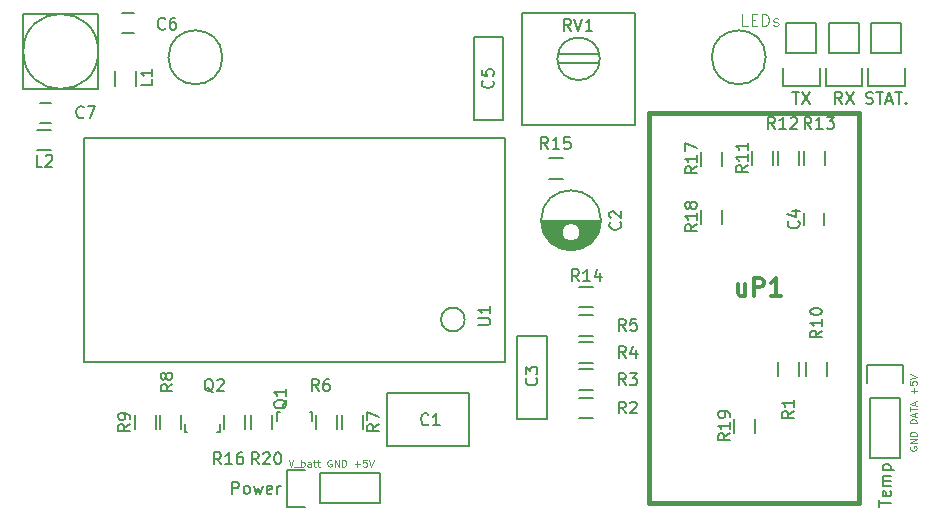
<source format=gto>
G04 #@! TF.FileFunction,Legend,Top*
%FSLAX46Y46*%
G04 Gerber Fmt 4.6, Leading zero omitted, Abs format (unit mm)*
G04 Created by KiCad (PCBNEW 4.0.1-stable) date Söndag 13 Mars 2016 12:17:34*
%MOMM*%
G01*
G04 APERTURE LIST*
%ADD10C,0.100000*%
%ADD11C,0.060000*%
%ADD12C,0.150000*%
%ADD13C,0.381000*%
%ADD14C,0.300000*%
G04 APERTURE END LIST*
D10*
D11*
X169400000Y-130571429D02*
X169371429Y-130628572D01*
X169371429Y-130714286D01*
X169400000Y-130800001D01*
X169457143Y-130857143D01*
X169514286Y-130885715D01*
X169628571Y-130914286D01*
X169714286Y-130914286D01*
X169828571Y-130885715D01*
X169885714Y-130857143D01*
X169942857Y-130800001D01*
X169971429Y-130714286D01*
X169971429Y-130657143D01*
X169942857Y-130571429D01*
X169914286Y-130542858D01*
X169714286Y-130542858D01*
X169714286Y-130657143D01*
X169971429Y-130285715D02*
X169371429Y-130285715D01*
X169971429Y-129942858D01*
X169371429Y-129942858D01*
X169971429Y-129657144D02*
X169371429Y-129657144D01*
X169371429Y-129514287D01*
X169400000Y-129428572D01*
X169457143Y-129371430D01*
X169514286Y-129342858D01*
X169628571Y-129314287D01*
X169714286Y-129314287D01*
X169828571Y-129342858D01*
X169885714Y-129371430D01*
X169942857Y-129428572D01*
X169971429Y-129514287D01*
X169971429Y-129657144D01*
X169971429Y-128600001D02*
X169371429Y-128600001D01*
X169371429Y-128457144D01*
X169400000Y-128371429D01*
X169457143Y-128314287D01*
X169514286Y-128285715D01*
X169628571Y-128257144D01*
X169714286Y-128257144D01*
X169828571Y-128285715D01*
X169885714Y-128314287D01*
X169942857Y-128371429D01*
X169971429Y-128457144D01*
X169971429Y-128600001D01*
X169800000Y-128028572D02*
X169800000Y-127742858D01*
X169971429Y-128085715D02*
X169371429Y-127885715D01*
X169971429Y-127685715D01*
X169371429Y-127571429D02*
X169371429Y-127228572D01*
X169971429Y-127400001D02*
X169371429Y-127400001D01*
X169800000Y-127057143D02*
X169800000Y-126771429D01*
X169971429Y-127114286D02*
X169371429Y-126914286D01*
X169971429Y-126714286D01*
X169742857Y-126057143D02*
X169742857Y-125600000D01*
X169971429Y-125828571D02*
X169514286Y-125828571D01*
X169371429Y-125028572D02*
X169371429Y-125314286D01*
X169657143Y-125342857D01*
X169628571Y-125314286D01*
X169600000Y-125257143D01*
X169600000Y-125114286D01*
X169628571Y-125057143D01*
X169657143Y-125028572D01*
X169714286Y-125000000D01*
X169857143Y-125000000D01*
X169914286Y-125028572D01*
X169942857Y-125057143D01*
X169971429Y-125114286D01*
X169971429Y-125257143D01*
X169942857Y-125314286D01*
X169914286Y-125342857D01*
X169371429Y-124828571D02*
X169971429Y-124628571D01*
X169371429Y-124428571D01*
D10*
X155652381Y-94952381D02*
X155176190Y-94952381D01*
X155176190Y-93952381D01*
X155985714Y-94428571D02*
X156319048Y-94428571D01*
X156461905Y-94952381D02*
X155985714Y-94952381D01*
X155985714Y-93952381D01*
X156461905Y-93952381D01*
X156890476Y-94952381D02*
X156890476Y-93952381D01*
X157128571Y-93952381D01*
X157271429Y-94000000D01*
X157366667Y-94095238D01*
X157414286Y-94190476D01*
X157461905Y-94380952D01*
X157461905Y-94523810D01*
X157414286Y-94714286D01*
X157366667Y-94809524D01*
X157271429Y-94904762D01*
X157128571Y-94952381D01*
X156890476Y-94952381D01*
X157842857Y-94904762D02*
X157938095Y-94952381D01*
X158128571Y-94952381D01*
X158223810Y-94904762D01*
X158271429Y-94809524D01*
X158271429Y-94761905D01*
X158223810Y-94666667D01*
X158128571Y-94619048D01*
X157985714Y-94619048D01*
X157890476Y-94571429D01*
X157842857Y-94476190D01*
X157842857Y-94428571D01*
X157890476Y-94333333D01*
X157985714Y-94285714D01*
X158128571Y-94285714D01*
X158223810Y-94333333D01*
D11*
X116800000Y-131671429D02*
X117000000Y-132271429D01*
X117200000Y-131671429D01*
X117257143Y-132328571D02*
X117714286Y-132328571D01*
X117857143Y-132271429D02*
X117857143Y-131671429D01*
X117857143Y-131900000D02*
X117914286Y-131871429D01*
X118028572Y-131871429D01*
X118085715Y-131900000D01*
X118114286Y-131928571D01*
X118142857Y-131985714D01*
X118142857Y-132157143D01*
X118114286Y-132214286D01*
X118085715Y-132242857D01*
X118028572Y-132271429D01*
X117914286Y-132271429D01*
X117857143Y-132242857D01*
X118657143Y-132271429D02*
X118657143Y-131957143D01*
X118628572Y-131900000D01*
X118571429Y-131871429D01*
X118457143Y-131871429D01*
X118400000Y-131900000D01*
X118657143Y-132242857D02*
X118600000Y-132271429D01*
X118457143Y-132271429D01*
X118400000Y-132242857D01*
X118371429Y-132185714D01*
X118371429Y-132128571D01*
X118400000Y-132071429D01*
X118457143Y-132042857D01*
X118600000Y-132042857D01*
X118657143Y-132014286D01*
X118857143Y-131871429D02*
X119085714Y-131871429D01*
X118942857Y-131671429D02*
X118942857Y-132185714D01*
X118971429Y-132242857D01*
X119028571Y-132271429D01*
X119085714Y-132271429D01*
X119200000Y-131871429D02*
X119428571Y-131871429D01*
X119285714Y-131671429D02*
X119285714Y-132185714D01*
X119314286Y-132242857D01*
X119371428Y-132271429D01*
X119428571Y-132271429D01*
X120400000Y-131700000D02*
X120342857Y-131671429D01*
X120257143Y-131671429D01*
X120171428Y-131700000D01*
X120114286Y-131757143D01*
X120085714Y-131814286D01*
X120057143Y-131928571D01*
X120057143Y-132014286D01*
X120085714Y-132128571D01*
X120114286Y-132185714D01*
X120171428Y-132242857D01*
X120257143Y-132271429D01*
X120314286Y-132271429D01*
X120400000Y-132242857D01*
X120428571Y-132214286D01*
X120428571Y-132014286D01*
X120314286Y-132014286D01*
X120685714Y-132271429D02*
X120685714Y-131671429D01*
X121028571Y-132271429D01*
X121028571Y-131671429D01*
X121314285Y-132271429D02*
X121314285Y-131671429D01*
X121457142Y-131671429D01*
X121542857Y-131700000D01*
X121599999Y-131757143D01*
X121628571Y-131814286D01*
X121657142Y-131928571D01*
X121657142Y-132014286D01*
X121628571Y-132128571D01*
X121599999Y-132185714D01*
X121542857Y-132242857D01*
X121457142Y-132271429D01*
X121314285Y-132271429D01*
X122371428Y-132042857D02*
X122828571Y-132042857D01*
X122600000Y-132271429D02*
X122600000Y-131814286D01*
X123399999Y-131671429D02*
X123114285Y-131671429D01*
X123085714Y-131957143D01*
X123114285Y-131928571D01*
X123171428Y-131900000D01*
X123314285Y-131900000D01*
X123371428Y-131928571D01*
X123399999Y-131957143D01*
X123428571Y-132014286D01*
X123428571Y-132157143D01*
X123399999Y-132214286D01*
X123371428Y-132242857D01*
X123314285Y-132271429D01*
X123171428Y-132271429D01*
X123114285Y-132242857D01*
X123085714Y-132214286D01*
X123600000Y-131671429D02*
X123800000Y-132271429D01*
X124000000Y-131671429D01*
D12*
X111186000Y-97600000D02*
G75*
G03X111186000Y-97600000I-2286000J0D01*
G01*
X125100000Y-126050000D02*
X132100000Y-126050000D01*
X132100000Y-126050000D02*
X132100000Y-130550000D01*
X132100000Y-130550000D02*
X125100000Y-130550000D01*
X125100000Y-130550000D02*
X125100000Y-126050000D01*
X143199000Y-111475000D02*
X138201000Y-111475000D01*
X143191000Y-111615000D02*
X140854000Y-111615000D01*
X140546000Y-111615000D02*
X138209000Y-111615000D01*
X143175000Y-111755000D02*
X141173000Y-111755000D01*
X140227000Y-111755000D02*
X138225000Y-111755000D01*
X143151000Y-111895000D02*
X141320000Y-111895000D01*
X140080000Y-111895000D02*
X138249000Y-111895000D01*
X143118000Y-112035000D02*
X141412000Y-112035000D01*
X139988000Y-112035000D02*
X138282000Y-112035000D01*
X143077000Y-112175000D02*
X141468000Y-112175000D01*
X139932000Y-112175000D02*
X138323000Y-112175000D01*
X143027000Y-112315000D02*
X141495000Y-112315000D01*
X139905000Y-112315000D02*
X138373000Y-112315000D01*
X142966000Y-112455000D02*
X141498000Y-112455000D01*
X139902000Y-112455000D02*
X138434000Y-112455000D01*
X142896000Y-112595000D02*
X141476000Y-112595000D01*
X139924000Y-112595000D02*
X138504000Y-112595000D01*
X142814000Y-112735000D02*
X141426000Y-112735000D01*
X139974000Y-112735000D02*
X138586000Y-112735000D01*
X142719000Y-112875000D02*
X141344000Y-112875000D01*
X140056000Y-112875000D02*
X138681000Y-112875000D01*
X142608000Y-113015000D02*
X141212000Y-113015000D01*
X140188000Y-113015000D02*
X138792000Y-113015000D01*
X142480000Y-113155000D02*
X140965000Y-113155000D01*
X140435000Y-113155000D02*
X138920000Y-113155000D01*
X142331000Y-113295000D02*
X139069000Y-113295000D01*
X142152000Y-113435000D02*
X139248000Y-113435000D01*
X141933000Y-113575000D02*
X139467000Y-113575000D01*
X141644000Y-113715000D02*
X139756000Y-113715000D01*
X141172000Y-113855000D02*
X140228000Y-113855000D01*
X141500000Y-112400000D02*
G75*
G03X141500000Y-112400000I-800000J0D01*
G01*
X143237500Y-111400000D02*
G75*
G03X143237500Y-111400000I-2537500J0D01*
G01*
X136150000Y-128200000D02*
X136150000Y-121200000D01*
X136150000Y-121200000D02*
X138650000Y-121200000D01*
X138650000Y-121200000D02*
X138650000Y-128200000D01*
X138650000Y-128200000D02*
X136150000Y-128200000D01*
X102700000Y-95550000D02*
X103700000Y-95550000D01*
X103700000Y-93850000D02*
X102700000Y-93850000D01*
X95700000Y-103150000D02*
X96700000Y-103150000D01*
X96700000Y-101450000D02*
X95700000Y-101450000D01*
X158930000Y-97230000D02*
X158930000Y-94690000D01*
X158650000Y-100050000D02*
X158650000Y-98500000D01*
X158930000Y-97230000D02*
X161470000Y-97230000D01*
X161750000Y-98500000D02*
X161750000Y-100050000D01*
X161750000Y-100050000D02*
X158650000Y-100050000D01*
X161470000Y-97230000D02*
X161470000Y-94690000D01*
X161470000Y-94690000D02*
X158930000Y-94690000D01*
X162530000Y-97230000D02*
X162530000Y-94690000D01*
X162250000Y-100050000D02*
X162250000Y-98500000D01*
X162530000Y-97230000D02*
X165070000Y-97230000D01*
X165350000Y-98500000D02*
X165350000Y-100050000D01*
X165350000Y-100050000D02*
X162250000Y-100050000D01*
X165070000Y-97230000D02*
X165070000Y-94690000D01*
X165070000Y-94690000D02*
X162530000Y-94690000D01*
X166130000Y-97230000D02*
X166130000Y-94690000D01*
X165850000Y-100050000D02*
X165850000Y-98500000D01*
X166130000Y-97230000D02*
X168670000Y-97230000D01*
X168950000Y-98500000D02*
X168950000Y-100050000D01*
X168950000Y-100050000D02*
X165850000Y-100050000D01*
X168670000Y-97230000D02*
X168670000Y-94690000D01*
X168670000Y-94690000D02*
X166130000Y-94690000D01*
X100675000Y-97100000D02*
G75*
G03X100675000Y-97100000I-3175000J0D01*
G01*
X100675000Y-100275000D02*
X100675000Y-93925000D01*
X100675000Y-93925000D02*
X94325000Y-93925000D01*
X94325000Y-93925000D02*
X94325000Y-100275000D01*
X94325000Y-100275000D02*
X100675000Y-100275000D01*
X102125000Y-100000000D02*
X102125000Y-98800000D01*
X103875000Y-98800000D02*
X103875000Y-100000000D01*
X95500000Y-103725000D02*
X96700000Y-103725000D01*
X96700000Y-105475000D02*
X95500000Y-105475000D01*
X119470000Y-135370000D02*
X124550000Y-135370000D01*
X124550000Y-135370000D02*
X124550000Y-132830000D01*
X124550000Y-132830000D02*
X119470000Y-132830000D01*
X116650000Y-132550000D02*
X118200000Y-132550000D01*
X119470000Y-132830000D02*
X119470000Y-135370000D01*
X118200000Y-135650000D02*
X116650000Y-135650000D01*
X116650000Y-135650000D02*
X116650000Y-132550000D01*
X115800180Y-128350800D02*
X115800180Y-127649760D01*
X115800180Y-127649760D02*
X116049100Y-127649760D01*
X118599160Y-127649760D02*
X118799820Y-127649760D01*
X118799820Y-127649760D02*
X118799820Y-128350800D01*
X110999820Y-128649200D02*
X110999820Y-129350240D01*
X110999820Y-129350240D02*
X110750900Y-129350240D01*
X108200840Y-129350240D02*
X108000180Y-129350240D01*
X108000180Y-129350240D02*
X108000180Y-128649200D01*
X158225000Y-124600000D02*
X158225000Y-123400000D01*
X159975000Y-123400000D02*
X159975000Y-124600000D01*
X142600000Y-128175000D02*
X141400000Y-128175000D01*
X141400000Y-126425000D02*
X142600000Y-126425000D01*
X142600000Y-125775000D02*
X141400000Y-125775000D01*
X141400000Y-124025000D02*
X142600000Y-124025000D01*
X142600000Y-123475000D02*
X141400000Y-123475000D01*
X141400000Y-121725000D02*
X142600000Y-121725000D01*
X142600000Y-121175000D02*
X141400000Y-121175000D01*
X141400000Y-119425000D02*
X142600000Y-119425000D01*
X120875000Y-127900000D02*
X120875000Y-129100000D01*
X119125000Y-129100000D02*
X119125000Y-127900000D01*
X123075000Y-127900000D02*
X123075000Y-129100000D01*
X121325000Y-129100000D02*
X121325000Y-127900000D01*
X105925000Y-129100000D02*
X105925000Y-127900000D01*
X107675000Y-127900000D02*
X107675000Y-129100000D01*
X103825000Y-129100000D02*
X103825000Y-127900000D01*
X105575000Y-127900000D02*
X105575000Y-129100000D01*
X160625000Y-124600000D02*
X160625000Y-123400000D01*
X162375000Y-123400000D02*
X162375000Y-124600000D01*
X157775000Y-105500000D02*
X157775000Y-106700000D01*
X156025000Y-106700000D02*
X156025000Y-105500000D01*
X159975000Y-105500000D02*
X159975000Y-106700000D01*
X158225000Y-106700000D02*
X158225000Y-105500000D01*
X162175000Y-105500000D02*
X162175000Y-106700000D01*
X160425000Y-106700000D02*
X160425000Y-105500000D01*
X142600000Y-118775000D02*
X141400000Y-118775000D01*
X141400000Y-117025000D02*
X142600000Y-117025000D01*
X140000000Y-107875000D02*
X138800000Y-107875000D01*
X138800000Y-106125000D02*
X140000000Y-106125000D01*
X113075000Y-127900000D02*
X113075000Y-129100000D01*
X111325000Y-129100000D02*
X111325000Y-127900000D01*
X153475000Y-105600000D02*
X153475000Y-106800000D01*
X151725000Y-106800000D02*
X151725000Y-105600000D01*
X151725000Y-111700000D02*
X151725000Y-110500000D01*
X153475000Y-110500000D02*
X153475000Y-111700000D01*
X154525000Y-129400000D02*
X154525000Y-128200000D01*
X156275000Y-128200000D02*
X156275000Y-129400000D01*
X113625000Y-129100000D02*
X113625000Y-127900000D01*
X115375000Y-127900000D02*
X115375000Y-129100000D01*
X139640000Y-97345000D02*
X143040000Y-97345000D01*
X139640000Y-98105000D02*
X143040000Y-98105000D01*
X136575000Y-93835000D02*
X146105000Y-93835000D01*
X146105000Y-93835000D02*
X146105000Y-103365000D01*
X146105000Y-103365000D02*
X136575000Y-103365000D01*
X136575000Y-103365000D02*
X136575000Y-93835000D01*
X143141735Y-97725000D02*
G75*
G03X143141735Y-97725000I-1801735J0D01*
G01*
D13*
X165100000Y-102290000D02*
X147320000Y-102290000D01*
X165100000Y-135310000D02*
X147320000Y-135310000D01*
X165100000Y-102290000D02*
X165100000Y-135310000D01*
X147320000Y-135310000D02*
X147320000Y-102290000D01*
D12*
X160450000Y-110800000D02*
X160450000Y-111800000D01*
X162150000Y-111800000D02*
X162150000Y-110800000D01*
X134950000Y-95900000D02*
X134950000Y-102900000D01*
X134950000Y-102900000D02*
X132450000Y-102900000D01*
X132450000Y-102900000D02*
X132450000Y-95900000D01*
X132450000Y-95900000D02*
X134950000Y-95900000D01*
X166030000Y-126470000D02*
X166030000Y-131550000D01*
X166030000Y-131550000D02*
X168570000Y-131550000D01*
X168570000Y-131550000D02*
X168570000Y-126470000D01*
X168850000Y-123650000D02*
X168850000Y-125200000D01*
X168570000Y-126470000D02*
X166030000Y-126470000D01*
X165750000Y-125200000D02*
X165750000Y-123650000D01*
X165750000Y-123650000D02*
X168850000Y-123650000D01*
X131700000Y-119800000D02*
G75*
G03X131700000Y-119800000I-1000000J0D01*
G01*
X135100000Y-123400000D02*
X99500000Y-123400000D01*
X99500000Y-123200000D02*
X99500000Y-123400000D01*
X99500000Y-104400000D02*
X135100000Y-104400000D01*
X135100000Y-104400000D02*
X135100000Y-123400000D01*
X99500000Y-123220000D02*
X99500000Y-104420000D01*
X157186000Y-97600000D02*
G75*
G03X157186000Y-97600000I-2286000J0D01*
G01*
X128633334Y-128657143D02*
X128585715Y-128704762D01*
X128442858Y-128752381D01*
X128347620Y-128752381D01*
X128204762Y-128704762D01*
X128109524Y-128609524D01*
X128061905Y-128514286D01*
X128014286Y-128323810D01*
X128014286Y-128180952D01*
X128061905Y-127990476D01*
X128109524Y-127895238D01*
X128204762Y-127800000D01*
X128347620Y-127752381D01*
X128442858Y-127752381D01*
X128585715Y-127800000D01*
X128633334Y-127847619D01*
X129585715Y-128752381D02*
X129014286Y-128752381D01*
X129300000Y-128752381D02*
X129300000Y-127752381D01*
X129204762Y-127895238D01*
X129109524Y-127990476D01*
X129014286Y-128038095D01*
X144857143Y-111566666D02*
X144904762Y-111614285D01*
X144952381Y-111757142D01*
X144952381Y-111852380D01*
X144904762Y-111995238D01*
X144809524Y-112090476D01*
X144714286Y-112138095D01*
X144523810Y-112185714D01*
X144380952Y-112185714D01*
X144190476Y-112138095D01*
X144095238Y-112090476D01*
X144000000Y-111995238D01*
X143952381Y-111852380D01*
X143952381Y-111757142D01*
X144000000Y-111614285D01*
X144047619Y-111566666D01*
X144047619Y-111185714D02*
X144000000Y-111138095D01*
X143952381Y-111042857D01*
X143952381Y-110804761D01*
X144000000Y-110709523D01*
X144047619Y-110661904D01*
X144142857Y-110614285D01*
X144238095Y-110614285D01*
X144380952Y-110661904D01*
X144952381Y-111233333D01*
X144952381Y-110614285D01*
X137757143Y-124766666D02*
X137804762Y-124814285D01*
X137852381Y-124957142D01*
X137852381Y-125052380D01*
X137804762Y-125195238D01*
X137709524Y-125290476D01*
X137614286Y-125338095D01*
X137423810Y-125385714D01*
X137280952Y-125385714D01*
X137090476Y-125338095D01*
X136995238Y-125290476D01*
X136900000Y-125195238D01*
X136852381Y-125052380D01*
X136852381Y-124957142D01*
X136900000Y-124814285D01*
X136947619Y-124766666D01*
X136852381Y-124433333D02*
X136852381Y-123814285D01*
X137233333Y-124147619D01*
X137233333Y-124004761D01*
X137280952Y-123909523D01*
X137328571Y-123861904D01*
X137423810Y-123814285D01*
X137661905Y-123814285D01*
X137757143Y-123861904D01*
X137804762Y-123909523D01*
X137852381Y-124004761D01*
X137852381Y-124290476D01*
X137804762Y-124385714D01*
X137757143Y-124433333D01*
X106333334Y-95157143D02*
X106285715Y-95204762D01*
X106142858Y-95252381D01*
X106047620Y-95252381D01*
X105904762Y-95204762D01*
X105809524Y-95109524D01*
X105761905Y-95014286D01*
X105714286Y-94823810D01*
X105714286Y-94680952D01*
X105761905Y-94490476D01*
X105809524Y-94395238D01*
X105904762Y-94300000D01*
X106047620Y-94252381D01*
X106142858Y-94252381D01*
X106285715Y-94300000D01*
X106333334Y-94347619D01*
X107190477Y-94252381D02*
X107000000Y-94252381D01*
X106904762Y-94300000D01*
X106857143Y-94347619D01*
X106761905Y-94490476D01*
X106714286Y-94680952D01*
X106714286Y-95061905D01*
X106761905Y-95157143D01*
X106809524Y-95204762D01*
X106904762Y-95252381D01*
X107095239Y-95252381D01*
X107190477Y-95204762D01*
X107238096Y-95157143D01*
X107285715Y-95061905D01*
X107285715Y-94823810D01*
X107238096Y-94728571D01*
X107190477Y-94680952D01*
X107095239Y-94633333D01*
X106904762Y-94633333D01*
X106809524Y-94680952D01*
X106761905Y-94728571D01*
X106714286Y-94823810D01*
X99433334Y-102657143D02*
X99385715Y-102704762D01*
X99242858Y-102752381D01*
X99147620Y-102752381D01*
X99004762Y-102704762D01*
X98909524Y-102609524D01*
X98861905Y-102514286D01*
X98814286Y-102323810D01*
X98814286Y-102180952D01*
X98861905Y-101990476D01*
X98909524Y-101895238D01*
X99004762Y-101800000D01*
X99147620Y-101752381D01*
X99242858Y-101752381D01*
X99385715Y-101800000D01*
X99433334Y-101847619D01*
X99766667Y-101752381D02*
X100433334Y-101752381D01*
X100004762Y-102752381D01*
X159438095Y-100552381D02*
X160009524Y-100552381D01*
X159723809Y-101552381D02*
X159723809Y-100552381D01*
X160247619Y-100552381D02*
X160914286Y-101552381D01*
X160914286Y-100552381D02*
X160247619Y-101552381D01*
X163633334Y-101552381D02*
X163300000Y-101076190D01*
X163061905Y-101552381D02*
X163061905Y-100552381D01*
X163442858Y-100552381D01*
X163538096Y-100600000D01*
X163585715Y-100647619D01*
X163633334Y-100742857D01*
X163633334Y-100885714D01*
X163585715Y-100980952D01*
X163538096Y-101028571D01*
X163442858Y-101076190D01*
X163061905Y-101076190D01*
X163966667Y-100552381D02*
X164633334Y-101552381D01*
X164633334Y-100552381D02*
X163966667Y-101552381D01*
X165685714Y-101504762D02*
X165828571Y-101552381D01*
X166066667Y-101552381D01*
X166161905Y-101504762D01*
X166209524Y-101457143D01*
X166257143Y-101361905D01*
X166257143Y-101266667D01*
X166209524Y-101171429D01*
X166161905Y-101123810D01*
X166066667Y-101076190D01*
X165876190Y-101028571D01*
X165780952Y-100980952D01*
X165733333Y-100933333D01*
X165685714Y-100838095D01*
X165685714Y-100742857D01*
X165733333Y-100647619D01*
X165780952Y-100600000D01*
X165876190Y-100552381D01*
X166114286Y-100552381D01*
X166257143Y-100600000D01*
X166542857Y-100552381D02*
X167114286Y-100552381D01*
X166828571Y-101552381D02*
X166828571Y-100552381D01*
X167400000Y-101266667D02*
X167876191Y-101266667D01*
X167304762Y-101552381D02*
X167638095Y-100552381D01*
X167971429Y-101552381D01*
X168161905Y-100552381D02*
X168733334Y-100552381D01*
X168447619Y-101552381D02*
X168447619Y-100552381D01*
X169066667Y-101457143D02*
X169114286Y-101504762D01*
X169066667Y-101552381D01*
X169019048Y-101504762D01*
X169066667Y-101457143D01*
X169066667Y-101552381D01*
X105252381Y-99466666D02*
X105252381Y-99942857D01*
X104252381Y-99942857D01*
X105252381Y-98609523D02*
X105252381Y-99180952D01*
X105252381Y-98895238D02*
X104252381Y-98895238D01*
X104395238Y-98990476D01*
X104490476Y-99085714D01*
X104538095Y-99180952D01*
X95933334Y-106852381D02*
X95457143Y-106852381D01*
X95457143Y-105852381D01*
X96219048Y-105947619D02*
X96266667Y-105900000D01*
X96361905Y-105852381D01*
X96600001Y-105852381D01*
X96695239Y-105900000D01*
X96742858Y-105947619D01*
X96790477Y-106042857D01*
X96790477Y-106138095D01*
X96742858Y-106280952D01*
X96171429Y-106852381D01*
X96790477Y-106852381D01*
X112023809Y-134552381D02*
X112023809Y-133552381D01*
X112404762Y-133552381D01*
X112500000Y-133600000D01*
X112547619Y-133647619D01*
X112595238Y-133742857D01*
X112595238Y-133885714D01*
X112547619Y-133980952D01*
X112500000Y-134028571D01*
X112404762Y-134076190D01*
X112023809Y-134076190D01*
X113166666Y-134552381D02*
X113071428Y-134504762D01*
X113023809Y-134457143D01*
X112976190Y-134361905D01*
X112976190Y-134076190D01*
X113023809Y-133980952D01*
X113071428Y-133933333D01*
X113166666Y-133885714D01*
X113309524Y-133885714D01*
X113404762Y-133933333D01*
X113452381Y-133980952D01*
X113500000Y-134076190D01*
X113500000Y-134361905D01*
X113452381Y-134457143D01*
X113404762Y-134504762D01*
X113309524Y-134552381D01*
X113166666Y-134552381D01*
X113833333Y-133885714D02*
X114023809Y-134552381D01*
X114214286Y-134076190D01*
X114404762Y-134552381D01*
X114595238Y-133885714D01*
X115357143Y-134504762D02*
X115261905Y-134552381D01*
X115071428Y-134552381D01*
X114976190Y-134504762D01*
X114928571Y-134409524D01*
X114928571Y-134028571D01*
X114976190Y-133933333D01*
X115071428Y-133885714D01*
X115261905Y-133885714D01*
X115357143Y-133933333D01*
X115404762Y-134028571D01*
X115404762Y-134123810D01*
X114928571Y-134219048D01*
X115833333Y-134552381D02*
X115833333Y-133885714D01*
X115833333Y-134076190D02*
X115880952Y-133980952D01*
X115928571Y-133933333D01*
X116023809Y-133885714D01*
X116119048Y-133885714D01*
X116647619Y-126595238D02*
X116600000Y-126690476D01*
X116504762Y-126785714D01*
X116361905Y-126928571D01*
X116314286Y-127023810D01*
X116314286Y-127119048D01*
X116552381Y-127071429D02*
X116504762Y-127166667D01*
X116409524Y-127261905D01*
X116219048Y-127309524D01*
X115885714Y-127309524D01*
X115695238Y-127261905D01*
X115600000Y-127166667D01*
X115552381Y-127071429D01*
X115552381Y-126880952D01*
X115600000Y-126785714D01*
X115695238Y-126690476D01*
X115885714Y-126642857D01*
X116219048Y-126642857D01*
X116409524Y-126690476D01*
X116504762Y-126785714D01*
X116552381Y-126880952D01*
X116552381Y-127071429D01*
X116552381Y-125690476D02*
X116552381Y-126261905D01*
X116552381Y-125976191D02*
X115552381Y-125976191D01*
X115695238Y-126071429D01*
X115790476Y-126166667D01*
X115838095Y-126261905D01*
X110404762Y-125947619D02*
X110309524Y-125900000D01*
X110214286Y-125804762D01*
X110071429Y-125661905D01*
X109976190Y-125614286D01*
X109880952Y-125614286D01*
X109928571Y-125852381D02*
X109833333Y-125804762D01*
X109738095Y-125709524D01*
X109690476Y-125519048D01*
X109690476Y-125185714D01*
X109738095Y-124995238D01*
X109833333Y-124900000D01*
X109928571Y-124852381D01*
X110119048Y-124852381D01*
X110214286Y-124900000D01*
X110309524Y-124995238D01*
X110357143Y-125185714D01*
X110357143Y-125519048D01*
X110309524Y-125709524D01*
X110214286Y-125804762D01*
X110119048Y-125852381D01*
X109928571Y-125852381D01*
X110738095Y-124947619D02*
X110785714Y-124900000D01*
X110880952Y-124852381D01*
X111119048Y-124852381D01*
X111214286Y-124900000D01*
X111261905Y-124947619D01*
X111309524Y-125042857D01*
X111309524Y-125138095D01*
X111261905Y-125280952D01*
X110690476Y-125852381D01*
X111309524Y-125852381D01*
X159552381Y-127566666D02*
X159076190Y-127900000D01*
X159552381Y-128138095D02*
X158552381Y-128138095D01*
X158552381Y-127757142D01*
X158600000Y-127661904D01*
X158647619Y-127614285D01*
X158742857Y-127566666D01*
X158885714Y-127566666D01*
X158980952Y-127614285D01*
X159028571Y-127661904D01*
X159076190Y-127757142D01*
X159076190Y-128138095D01*
X159552381Y-126614285D02*
X159552381Y-127185714D01*
X159552381Y-126900000D02*
X158552381Y-126900000D01*
X158695238Y-126995238D01*
X158790476Y-127090476D01*
X158838095Y-127185714D01*
X145333334Y-127752381D02*
X145000000Y-127276190D01*
X144761905Y-127752381D02*
X144761905Y-126752381D01*
X145142858Y-126752381D01*
X145238096Y-126800000D01*
X145285715Y-126847619D01*
X145333334Y-126942857D01*
X145333334Y-127085714D01*
X145285715Y-127180952D01*
X145238096Y-127228571D01*
X145142858Y-127276190D01*
X144761905Y-127276190D01*
X145714286Y-126847619D02*
X145761905Y-126800000D01*
X145857143Y-126752381D01*
X146095239Y-126752381D01*
X146190477Y-126800000D01*
X146238096Y-126847619D01*
X146285715Y-126942857D01*
X146285715Y-127038095D01*
X146238096Y-127180952D01*
X145666667Y-127752381D01*
X146285715Y-127752381D01*
X145333334Y-125352381D02*
X145000000Y-124876190D01*
X144761905Y-125352381D02*
X144761905Y-124352381D01*
X145142858Y-124352381D01*
X145238096Y-124400000D01*
X145285715Y-124447619D01*
X145333334Y-124542857D01*
X145333334Y-124685714D01*
X145285715Y-124780952D01*
X145238096Y-124828571D01*
X145142858Y-124876190D01*
X144761905Y-124876190D01*
X145666667Y-124352381D02*
X146285715Y-124352381D01*
X145952381Y-124733333D01*
X146095239Y-124733333D01*
X146190477Y-124780952D01*
X146238096Y-124828571D01*
X146285715Y-124923810D01*
X146285715Y-125161905D01*
X146238096Y-125257143D01*
X146190477Y-125304762D01*
X146095239Y-125352381D01*
X145809524Y-125352381D01*
X145714286Y-125304762D01*
X145666667Y-125257143D01*
X145333334Y-123052381D02*
X145000000Y-122576190D01*
X144761905Y-123052381D02*
X144761905Y-122052381D01*
X145142858Y-122052381D01*
X145238096Y-122100000D01*
X145285715Y-122147619D01*
X145333334Y-122242857D01*
X145333334Y-122385714D01*
X145285715Y-122480952D01*
X145238096Y-122528571D01*
X145142858Y-122576190D01*
X144761905Y-122576190D01*
X146190477Y-122385714D02*
X146190477Y-123052381D01*
X145952381Y-122004762D02*
X145714286Y-122719048D01*
X146333334Y-122719048D01*
X145333334Y-120752381D02*
X145000000Y-120276190D01*
X144761905Y-120752381D02*
X144761905Y-119752381D01*
X145142858Y-119752381D01*
X145238096Y-119800000D01*
X145285715Y-119847619D01*
X145333334Y-119942857D01*
X145333334Y-120085714D01*
X145285715Y-120180952D01*
X145238096Y-120228571D01*
X145142858Y-120276190D01*
X144761905Y-120276190D01*
X146238096Y-119752381D02*
X145761905Y-119752381D01*
X145714286Y-120228571D01*
X145761905Y-120180952D01*
X145857143Y-120133333D01*
X146095239Y-120133333D01*
X146190477Y-120180952D01*
X146238096Y-120228571D01*
X146285715Y-120323810D01*
X146285715Y-120561905D01*
X146238096Y-120657143D01*
X146190477Y-120704762D01*
X146095239Y-120752381D01*
X145857143Y-120752381D01*
X145761905Y-120704762D01*
X145714286Y-120657143D01*
X119333334Y-125852381D02*
X119000000Y-125376190D01*
X118761905Y-125852381D02*
X118761905Y-124852381D01*
X119142858Y-124852381D01*
X119238096Y-124900000D01*
X119285715Y-124947619D01*
X119333334Y-125042857D01*
X119333334Y-125185714D01*
X119285715Y-125280952D01*
X119238096Y-125328571D01*
X119142858Y-125376190D01*
X118761905Y-125376190D01*
X120190477Y-124852381D02*
X120000000Y-124852381D01*
X119904762Y-124900000D01*
X119857143Y-124947619D01*
X119761905Y-125090476D01*
X119714286Y-125280952D01*
X119714286Y-125661905D01*
X119761905Y-125757143D01*
X119809524Y-125804762D01*
X119904762Y-125852381D01*
X120095239Y-125852381D01*
X120190477Y-125804762D01*
X120238096Y-125757143D01*
X120285715Y-125661905D01*
X120285715Y-125423810D01*
X120238096Y-125328571D01*
X120190477Y-125280952D01*
X120095239Y-125233333D01*
X119904762Y-125233333D01*
X119809524Y-125280952D01*
X119761905Y-125328571D01*
X119714286Y-125423810D01*
X124452381Y-128666666D02*
X123976190Y-129000000D01*
X124452381Y-129238095D02*
X123452381Y-129238095D01*
X123452381Y-128857142D01*
X123500000Y-128761904D01*
X123547619Y-128714285D01*
X123642857Y-128666666D01*
X123785714Y-128666666D01*
X123880952Y-128714285D01*
X123928571Y-128761904D01*
X123976190Y-128857142D01*
X123976190Y-129238095D01*
X123452381Y-128333333D02*
X123452381Y-127666666D01*
X124452381Y-128095238D01*
X106952381Y-125266666D02*
X106476190Y-125600000D01*
X106952381Y-125838095D02*
X105952381Y-125838095D01*
X105952381Y-125457142D01*
X106000000Y-125361904D01*
X106047619Y-125314285D01*
X106142857Y-125266666D01*
X106285714Y-125266666D01*
X106380952Y-125314285D01*
X106428571Y-125361904D01*
X106476190Y-125457142D01*
X106476190Y-125838095D01*
X106380952Y-124695238D02*
X106333333Y-124790476D01*
X106285714Y-124838095D01*
X106190476Y-124885714D01*
X106142857Y-124885714D01*
X106047619Y-124838095D01*
X106000000Y-124790476D01*
X105952381Y-124695238D01*
X105952381Y-124504761D01*
X106000000Y-124409523D01*
X106047619Y-124361904D01*
X106142857Y-124314285D01*
X106190476Y-124314285D01*
X106285714Y-124361904D01*
X106333333Y-124409523D01*
X106380952Y-124504761D01*
X106380952Y-124695238D01*
X106428571Y-124790476D01*
X106476190Y-124838095D01*
X106571429Y-124885714D01*
X106761905Y-124885714D01*
X106857143Y-124838095D01*
X106904762Y-124790476D01*
X106952381Y-124695238D01*
X106952381Y-124504761D01*
X106904762Y-124409523D01*
X106857143Y-124361904D01*
X106761905Y-124314285D01*
X106571429Y-124314285D01*
X106476190Y-124361904D01*
X106428571Y-124409523D01*
X106380952Y-124504761D01*
X103352381Y-128666666D02*
X102876190Y-129000000D01*
X103352381Y-129238095D02*
X102352381Y-129238095D01*
X102352381Y-128857142D01*
X102400000Y-128761904D01*
X102447619Y-128714285D01*
X102542857Y-128666666D01*
X102685714Y-128666666D01*
X102780952Y-128714285D01*
X102828571Y-128761904D01*
X102876190Y-128857142D01*
X102876190Y-129238095D01*
X103352381Y-128190476D02*
X103352381Y-128000000D01*
X103304762Y-127904761D01*
X103257143Y-127857142D01*
X103114286Y-127761904D01*
X102923810Y-127714285D01*
X102542857Y-127714285D01*
X102447619Y-127761904D01*
X102400000Y-127809523D01*
X102352381Y-127904761D01*
X102352381Y-128095238D01*
X102400000Y-128190476D01*
X102447619Y-128238095D01*
X102542857Y-128285714D01*
X102780952Y-128285714D01*
X102876190Y-128238095D01*
X102923810Y-128190476D01*
X102971429Y-128095238D01*
X102971429Y-127904761D01*
X102923810Y-127809523D01*
X102876190Y-127761904D01*
X102780952Y-127714285D01*
X161952381Y-120742857D02*
X161476190Y-121076191D01*
X161952381Y-121314286D02*
X160952381Y-121314286D01*
X160952381Y-120933333D01*
X161000000Y-120838095D01*
X161047619Y-120790476D01*
X161142857Y-120742857D01*
X161285714Y-120742857D01*
X161380952Y-120790476D01*
X161428571Y-120838095D01*
X161476190Y-120933333D01*
X161476190Y-121314286D01*
X161952381Y-119790476D02*
X161952381Y-120361905D01*
X161952381Y-120076191D02*
X160952381Y-120076191D01*
X161095238Y-120171429D01*
X161190476Y-120266667D01*
X161238095Y-120361905D01*
X160952381Y-119171429D02*
X160952381Y-119076190D01*
X161000000Y-118980952D01*
X161047619Y-118933333D01*
X161142857Y-118885714D01*
X161333333Y-118838095D01*
X161571429Y-118838095D01*
X161761905Y-118885714D01*
X161857143Y-118933333D01*
X161904762Y-118980952D01*
X161952381Y-119076190D01*
X161952381Y-119171429D01*
X161904762Y-119266667D01*
X161857143Y-119314286D01*
X161761905Y-119361905D01*
X161571429Y-119409524D01*
X161333333Y-119409524D01*
X161142857Y-119361905D01*
X161047619Y-119314286D01*
X161000000Y-119266667D01*
X160952381Y-119171429D01*
X155652381Y-106742857D02*
X155176190Y-107076191D01*
X155652381Y-107314286D02*
X154652381Y-107314286D01*
X154652381Y-106933333D01*
X154700000Y-106838095D01*
X154747619Y-106790476D01*
X154842857Y-106742857D01*
X154985714Y-106742857D01*
X155080952Y-106790476D01*
X155128571Y-106838095D01*
X155176190Y-106933333D01*
X155176190Y-107314286D01*
X155652381Y-105790476D02*
X155652381Y-106361905D01*
X155652381Y-106076191D02*
X154652381Y-106076191D01*
X154795238Y-106171429D01*
X154890476Y-106266667D01*
X154938095Y-106361905D01*
X155652381Y-104838095D02*
X155652381Y-105409524D01*
X155652381Y-105123810D02*
X154652381Y-105123810D01*
X154795238Y-105219048D01*
X154890476Y-105314286D01*
X154938095Y-105409524D01*
X157957143Y-103652381D02*
X157623809Y-103176190D01*
X157385714Y-103652381D02*
X157385714Y-102652381D01*
X157766667Y-102652381D01*
X157861905Y-102700000D01*
X157909524Y-102747619D01*
X157957143Y-102842857D01*
X157957143Y-102985714D01*
X157909524Y-103080952D01*
X157861905Y-103128571D01*
X157766667Y-103176190D01*
X157385714Y-103176190D01*
X158909524Y-103652381D02*
X158338095Y-103652381D01*
X158623809Y-103652381D02*
X158623809Y-102652381D01*
X158528571Y-102795238D01*
X158433333Y-102890476D01*
X158338095Y-102938095D01*
X159290476Y-102747619D02*
X159338095Y-102700000D01*
X159433333Y-102652381D01*
X159671429Y-102652381D01*
X159766667Y-102700000D01*
X159814286Y-102747619D01*
X159861905Y-102842857D01*
X159861905Y-102938095D01*
X159814286Y-103080952D01*
X159242857Y-103652381D01*
X159861905Y-103652381D01*
X161057143Y-103652381D02*
X160723809Y-103176190D01*
X160485714Y-103652381D02*
X160485714Y-102652381D01*
X160866667Y-102652381D01*
X160961905Y-102700000D01*
X161009524Y-102747619D01*
X161057143Y-102842857D01*
X161057143Y-102985714D01*
X161009524Y-103080952D01*
X160961905Y-103128571D01*
X160866667Y-103176190D01*
X160485714Y-103176190D01*
X162009524Y-103652381D02*
X161438095Y-103652381D01*
X161723809Y-103652381D02*
X161723809Y-102652381D01*
X161628571Y-102795238D01*
X161533333Y-102890476D01*
X161438095Y-102938095D01*
X162342857Y-102652381D02*
X162961905Y-102652381D01*
X162628571Y-103033333D01*
X162771429Y-103033333D01*
X162866667Y-103080952D01*
X162914286Y-103128571D01*
X162961905Y-103223810D01*
X162961905Y-103461905D01*
X162914286Y-103557143D01*
X162866667Y-103604762D01*
X162771429Y-103652381D01*
X162485714Y-103652381D01*
X162390476Y-103604762D01*
X162342857Y-103557143D01*
X141357143Y-116552381D02*
X141023809Y-116076190D01*
X140785714Y-116552381D02*
X140785714Y-115552381D01*
X141166667Y-115552381D01*
X141261905Y-115600000D01*
X141309524Y-115647619D01*
X141357143Y-115742857D01*
X141357143Y-115885714D01*
X141309524Y-115980952D01*
X141261905Y-116028571D01*
X141166667Y-116076190D01*
X140785714Y-116076190D01*
X142309524Y-116552381D02*
X141738095Y-116552381D01*
X142023809Y-116552381D02*
X142023809Y-115552381D01*
X141928571Y-115695238D01*
X141833333Y-115790476D01*
X141738095Y-115838095D01*
X143166667Y-115885714D02*
X143166667Y-116552381D01*
X142928571Y-115504762D02*
X142690476Y-116219048D01*
X143309524Y-116219048D01*
X138757143Y-105352381D02*
X138423809Y-104876190D01*
X138185714Y-105352381D02*
X138185714Y-104352381D01*
X138566667Y-104352381D01*
X138661905Y-104400000D01*
X138709524Y-104447619D01*
X138757143Y-104542857D01*
X138757143Y-104685714D01*
X138709524Y-104780952D01*
X138661905Y-104828571D01*
X138566667Y-104876190D01*
X138185714Y-104876190D01*
X139709524Y-105352381D02*
X139138095Y-105352381D01*
X139423809Y-105352381D02*
X139423809Y-104352381D01*
X139328571Y-104495238D01*
X139233333Y-104590476D01*
X139138095Y-104638095D01*
X140614286Y-104352381D02*
X140138095Y-104352381D01*
X140090476Y-104828571D01*
X140138095Y-104780952D01*
X140233333Y-104733333D01*
X140471429Y-104733333D01*
X140566667Y-104780952D01*
X140614286Y-104828571D01*
X140661905Y-104923810D01*
X140661905Y-105161905D01*
X140614286Y-105257143D01*
X140566667Y-105304762D01*
X140471429Y-105352381D01*
X140233333Y-105352381D01*
X140138095Y-105304762D01*
X140090476Y-105257143D01*
X111057143Y-132052381D02*
X110723809Y-131576190D01*
X110485714Y-132052381D02*
X110485714Y-131052381D01*
X110866667Y-131052381D01*
X110961905Y-131100000D01*
X111009524Y-131147619D01*
X111057143Y-131242857D01*
X111057143Y-131385714D01*
X111009524Y-131480952D01*
X110961905Y-131528571D01*
X110866667Y-131576190D01*
X110485714Y-131576190D01*
X112009524Y-132052381D02*
X111438095Y-132052381D01*
X111723809Y-132052381D02*
X111723809Y-131052381D01*
X111628571Y-131195238D01*
X111533333Y-131290476D01*
X111438095Y-131338095D01*
X112866667Y-131052381D02*
X112676190Y-131052381D01*
X112580952Y-131100000D01*
X112533333Y-131147619D01*
X112438095Y-131290476D01*
X112390476Y-131480952D01*
X112390476Y-131861905D01*
X112438095Y-131957143D01*
X112485714Y-132004762D01*
X112580952Y-132052381D01*
X112771429Y-132052381D01*
X112866667Y-132004762D01*
X112914286Y-131957143D01*
X112961905Y-131861905D01*
X112961905Y-131623810D01*
X112914286Y-131528571D01*
X112866667Y-131480952D01*
X112771429Y-131433333D01*
X112580952Y-131433333D01*
X112485714Y-131480952D01*
X112438095Y-131528571D01*
X112390476Y-131623810D01*
X151352381Y-106842857D02*
X150876190Y-107176191D01*
X151352381Y-107414286D02*
X150352381Y-107414286D01*
X150352381Y-107033333D01*
X150400000Y-106938095D01*
X150447619Y-106890476D01*
X150542857Y-106842857D01*
X150685714Y-106842857D01*
X150780952Y-106890476D01*
X150828571Y-106938095D01*
X150876190Y-107033333D01*
X150876190Y-107414286D01*
X151352381Y-105890476D02*
X151352381Y-106461905D01*
X151352381Y-106176191D02*
X150352381Y-106176191D01*
X150495238Y-106271429D01*
X150590476Y-106366667D01*
X150638095Y-106461905D01*
X150352381Y-105557143D02*
X150352381Y-104890476D01*
X151352381Y-105319048D01*
X151352381Y-111742857D02*
X150876190Y-112076191D01*
X151352381Y-112314286D02*
X150352381Y-112314286D01*
X150352381Y-111933333D01*
X150400000Y-111838095D01*
X150447619Y-111790476D01*
X150542857Y-111742857D01*
X150685714Y-111742857D01*
X150780952Y-111790476D01*
X150828571Y-111838095D01*
X150876190Y-111933333D01*
X150876190Y-112314286D01*
X151352381Y-110790476D02*
X151352381Y-111361905D01*
X151352381Y-111076191D02*
X150352381Y-111076191D01*
X150495238Y-111171429D01*
X150590476Y-111266667D01*
X150638095Y-111361905D01*
X150780952Y-110219048D02*
X150733333Y-110314286D01*
X150685714Y-110361905D01*
X150590476Y-110409524D01*
X150542857Y-110409524D01*
X150447619Y-110361905D01*
X150400000Y-110314286D01*
X150352381Y-110219048D01*
X150352381Y-110028571D01*
X150400000Y-109933333D01*
X150447619Y-109885714D01*
X150542857Y-109838095D01*
X150590476Y-109838095D01*
X150685714Y-109885714D01*
X150733333Y-109933333D01*
X150780952Y-110028571D01*
X150780952Y-110219048D01*
X150828571Y-110314286D01*
X150876190Y-110361905D01*
X150971429Y-110409524D01*
X151161905Y-110409524D01*
X151257143Y-110361905D01*
X151304762Y-110314286D01*
X151352381Y-110219048D01*
X151352381Y-110028571D01*
X151304762Y-109933333D01*
X151257143Y-109885714D01*
X151161905Y-109838095D01*
X150971429Y-109838095D01*
X150876190Y-109885714D01*
X150828571Y-109933333D01*
X150780952Y-110028571D01*
X154152381Y-129442857D02*
X153676190Y-129776191D01*
X154152381Y-130014286D02*
X153152381Y-130014286D01*
X153152381Y-129633333D01*
X153200000Y-129538095D01*
X153247619Y-129490476D01*
X153342857Y-129442857D01*
X153485714Y-129442857D01*
X153580952Y-129490476D01*
X153628571Y-129538095D01*
X153676190Y-129633333D01*
X153676190Y-130014286D01*
X154152381Y-128490476D02*
X154152381Y-129061905D01*
X154152381Y-128776191D02*
X153152381Y-128776191D01*
X153295238Y-128871429D01*
X153390476Y-128966667D01*
X153438095Y-129061905D01*
X154152381Y-128014286D02*
X154152381Y-127823810D01*
X154104762Y-127728571D01*
X154057143Y-127680952D01*
X153914286Y-127585714D01*
X153723810Y-127538095D01*
X153342857Y-127538095D01*
X153247619Y-127585714D01*
X153200000Y-127633333D01*
X153152381Y-127728571D01*
X153152381Y-127919048D01*
X153200000Y-128014286D01*
X153247619Y-128061905D01*
X153342857Y-128109524D01*
X153580952Y-128109524D01*
X153676190Y-128061905D01*
X153723810Y-128014286D01*
X153771429Y-127919048D01*
X153771429Y-127728571D01*
X153723810Y-127633333D01*
X153676190Y-127585714D01*
X153580952Y-127538095D01*
X114257143Y-132052381D02*
X113923809Y-131576190D01*
X113685714Y-132052381D02*
X113685714Y-131052381D01*
X114066667Y-131052381D01*
X114161905Y-131100000D01*
X114209524Y-131147619D01*
X114257143Y-131242857D01*
X114257143Y-131385714D01*
X114209524Y-131480952D01*
X114161905Y-131528571D01*
X114066667Y-131576190D01*
X113685714Y-131576190D01*
X114638095Y-131147619D02*
X114685714Y-131100000D01*
X114780952Y-131052381D01*
X115019048Y-131052381D01*
X115114286Y-131100000D01*
X115161905Y-131147619D01*
X115209524Y-131242857D01*
X115209524Y-131338095D01*
X115161905Y-131480952D01*
X114590476Y-132052381D01*
X115209524Y-132052381D01*
X115828571Y-131052381D02*
X115923810Y-131052381D01*
X116019048Y-131100000D01*
X116066667Y-131147619D01*
X116114286Y-131242857D01*
X116161905Y-131433333D01*
X116161905Y-131671429D01*
X116114286Y-131861905D01*
X116066667Y-131957143D01*
X116019048Y-132004762D01*
X115923810Y-132052381D01*
X115828571Y-132052381D01*
X115733333Y-132004762D01*
X115685714Y-131957143D01*
X115638095Y-131861905D01*
X115590476Y-131671429D01*
X115590476Y-131433333D01*
X115638095Y-131242857D01*
X115685714Y-131147619D01*
X115733333Y-131100000D01*
X115828571Y-131052381D01*
X140704762Y-95352381D02*
X140371428Y-94876190D01*
X140133333Y-95352381D02*
X140133333Y-94352381D01*
X140514286Y-94352381D01*
X140609524Y-94400000D01*
X140657143Y-94447619D01*
X140704762Y-94542857D01*
X140704762Y-94685714D01*
X140657143Y-94780952D01*
X140609524Y-94828571D01*
X140514286Y-94876190D01*
X140133333Y-94876190D01*
X140990476Y-94352381D02*
X141323809Y-95352381D01*
X141657143Y-94352381D01*
X142514286Y-95352381D02*
X141942857Y-95352381D01*
X142228571Y-95352381D02*
X142228571Y-94352381D01*
X142133333Y-94495238D01*
X142038095Y-94590476D01*
X141942857Y-94638095D01*
D14*
X155457143Y-116778571D02*
X155457143Y-117778571D01*
X154814286Y-116778571D02*
X154814286Y-117564286D01*
X154885714Y-117707143D01*
X155028572Y-117778571D01*
X155242857Y-117778571D01*
X155385714Y-117707143D01*
X155457143Y-117635714D01*
X156171429Y-117778571D02*
X156171429Y-116278571D01*
X156742857Y-116278571D01*
X156885715Y-116350000D01*
X156957143Y-116421429D01*
X157028572Y-116564286D01*
X157028572Y-116778571D01*
X156957143Y-116921429D01*
X156885715Y-116992857D01*
X156742857Y-117064286D01*
X156171429Y-117064286D01*
X158457143Y-117778571D02*
X157600000Y-117778571D01*
X158028572Y-117778571D02*
X158028572Y-116278571D01*
X157885715Y-116492857D01*
X157742857Y-116635714D01*
X157600000Y-116707143D01*
D12*
X159957143Y-111466666D02*
X160004762Y-111514285D01*
X160052381Y-111657142D01*
X160052381Y-111752380D01*
X160004762Y-111895238D01*
X159909524Y-111990476D01*
X159814286Y-112038095D01*
X159623810Y-112085714D01*
X159480952Y-112085714D01*
X159290476Y-112038095D01*
X159195238Y-111990476D01*
X159100000Y-111895238D01*
X159052381Y-111752380D01*
X159052381Y-111657142D01*
X159100000Y-111514285D01*
X159147619Y-111466666D01*
X159385714Y-110609523D02*
X160052381Y-110609523D01*
X159004762Y-110847619D02*
X159719048Y-111085714D01*
X159719048Y-110466666D01*
X134057143Y-99566666D02*
X134104762Y-99614285D01*
X134152381Y-99757142D01*
X134152381Y-99852380D01*
X134104762Y-99995238D01*
X134009524Y-100090476D01*
X133914286Y-100138095D01*
X133723810Y-100185714D01*
X133580952Y-100185714D01*
X133390476Y-100138095D01*
X133295238Y-100090476D01*
X133200000Y-99995238D01*
X133152381Y-99852380D01*
X133152381Y-99757142D01*
X133200000Y-99614285D01*
X133247619Y-99566666D01*
X133152381Y-98661904D02*
X133152381Y-99138095D01*
X133628571Y-99185714D01*
X133580952Y-99138095D01*
X133533333Y-99042857D01*
X133533333Y-98804761D01*
X133580952Y-98709523D01*
X133628571Y-98661904D01*
X133723810Y-98614285D01*
X133961905Y-98614285D01*
X134057143Y-98661904D01*
X134104762Y-98709523D01*
X134152381Y-98804761D01*
X134152381Y-99042857D01*
X134104762Y-99138095D01*
X134057143Y-99185714D01*
X166752381Y-135633333D02*
X166752381Y-135061904D01*
X167752381Y-135347619D02*
X166752381Y-135347619D01*
X167704762Y-134347618D02*
X167752381Y-134442856D01*
X167752381Y-134633333D01*
X167704762Y-134728571D01*
X167609524Y-134776190D01*
X167228571Y-134776190D01*
X167133333Y-134728571D01*
X167085714Y-134633333D01*
X167085714Y-134442856D01*
X167133333Y-134347618D01*
X167228571Y-134299999D01*
X167323810Y-134299999D01*
X167419048Y-134776190D01*
X167752381Y-133871428D02*
X167085714Y-133871428D01*
X167180952Y-133871428D02*
X167133333Y-133823809D01*
X167085714Y-133728571D01*
X167085714Y-133585713D01*
X167133333Y-133490475D01*
X167228571Y-133442856D01*
X167752381Y-133442856D01*
X167228571Y-133442856D02*
X167133333Y-133395237D01*
X167085714Y-133299999D01*
X167085714Y-133157142D01*
X167133333Y-133061904D01*
X167228571Y-133014285D01*
X167752381Y-133014285D01*
X167085714Y-132538095D02*
X168085714Y-132538095D01*
X167133333Y-132538095D02*
X167085714Y-132442857D01*
X167085714Y-132252380D01*
X167133333Y-132157142D01*
X167180952Y-132109523D01*
X167276190Y-132061904D01*
X167561905Y-132061904D01*
X167657143Y-132109523D01*
X167704762Y-132157142D01*
X167752381Y-132252380D01*
X167752381Y-132442857D01*
X167704762Y-132538095D01*
X132852381Y-120261905D02*
X133661905Y-120261905D01*
X133757143Y-120214286D01*
X133804762Y-120166667D01*
X133852381Y-120071429D01*
X133852381Y-119880952D01*
X133804762Y-119785714D01*
X133757143Y-119738095D01*
X133661905Y-119690476D01*
X132852381Y-119690476D01*
X133852381Y-118690476D02*
X133852381Y-119261905D01*
X133852381Y-118976191D02*
X132852381Y-118976191D01*
X132995238Y-119071429D01*
X133090476Y-119166667D01*
X133138095Y-119261905D01*
M02*

</source>
